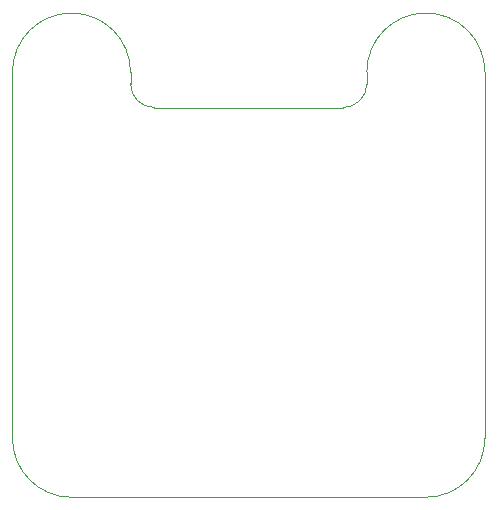
<source format=gbr>
%TF.GenerationSoftware,KiCad,Pcbnew,(6.0.6)*%
%TF.CreationDate,2023-03-25T21:06:23+13:00*%
%TF.ProjectId,remote_pcb,72656d6f-7465-45f7-9063-622e6b696361,rev?*%
%TF.SameCoordinates,Original*%
%TF.FileFunction,Profile,NP*%
%FSLAX46Y46*%
G04 Gerber Fmt 4.6, Leading zero omitted, Abs format (unit mm)*
G04 Created by KiCad (PCBNEW (6.0.6)) date 2023-03-25 21:06:23*
%MOMM*%
%LPD*%
G01*
G04 APERTURE LIST*
%TA.AperFunction,Profile*%
%ADD10C,0.100000*%
%TD*%
G04 APERTURE END LIST*
D10*
X178000000Y-60000000D02*
G75*
G03*
X180000000Y-58000000I0J2000000D01*
G01*
X155000000Y-93000000D02*
X185000000Y-93000000D01*
X190000000Y-57000000D02*
G75*
G03*
X180000000Y-57000000I-5000000J0D01*
G01*
X150000000Y-86000000D02*
X150000000Y-57000000D01*
X190000000Y-86000000D02*
X190000000Y-57000000D01*
X160000000Y-57000000D02*
G75*
G03*
X150000000Y-57000000I-5000000J0D01*
G01*
X178000000Y-60000000D02*
X162000000Y-60000000D01*
X160000000Y-58000000D02*
G75*
G03*
X162000000Y-60000000I2000000J0D01*
G01*
X180000000Y-58000000D02*
X180000000Y-57000000D01*
X185000000Y-93000000D02*
G75*
G03*
X190000000Y-88000000I0J5000000D01*
G01*
X150000000Y-88000000D02*
G75*
G03*
X155000000Y-93000000I5000000J0D01*
G01*
X190000000Y-86000000D02*
X190000000Y-88000000D01*
X150000000Y-86000000D02*
X150000000Y-88000000D01*
X160000000Y-58000000D02*
X160000000Y-57000000D01*
M02*

</source>
